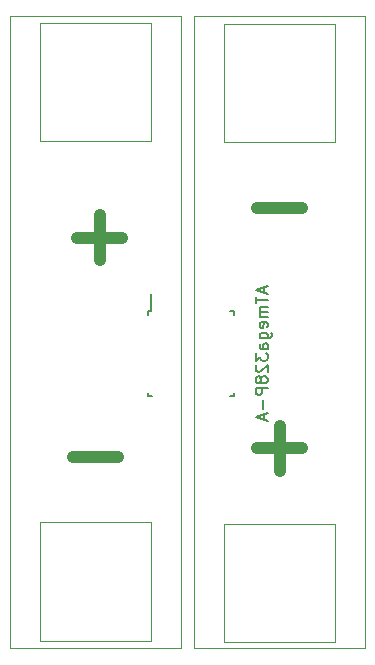
<source format=gbr>
%TF.GenerationSoftware,KiCad,Pcbnew,6.0.6-3a73a75311~116~ubuntu20.04.1*%
%TF.CreationDate,2022-07-15T19:37:52-05:00*%
%TF.ProjectId,Barbones_2xAA_Arduino_v003,42617262-6f6e-4657-935f-327841415f41,rev?*%
%TF.SameCoordinates,Original*%
%TF.FileFunction,Legend,Bot*%
%TF.FilePolarity,Positive*%
%FSLAX46Y46*%
G04 Gerber Fmt 4.6, Leading zero omitted, Abs format (unit mm)*
G04 Created by KiCad (PCBNEW 6.0.6-3a73a75311~116~ubuntu20.04.1) date 2022-07-15 19:37:52*
%MOMM*%
%LPD*%
G01*
G04 APERTURE LIST*
%ADD10C,1.000000*%
%ADD11C,0.150000*%
%ADD12C,0.120000*%
G04 APERTURE END LIST*
D10*
%TO.C,U2*%
X172869761Y-87587142D02*
X169060238Y-87587142D01*
X173254761Y-69057142D02*
X169445238Y-69057142D01*
X171350000Y-70961904D02*
X171350000Y-67152380D01*
%TO.C,U1*%
X184680238Y-86872857D02*
X188489761Y-86872857D01*
X186585000Y-84968095D02*
X186585000Y-88777619D01*
X184680238Y-66552857D02*
X188489761Y-66552857D01*
D11*
%TO.C,U3*%
X185266666Y-73279761D02*
X185266666Y-73755952D01*
X185552380Y-73184523D02*
X184552380Y-73517857D01*
X185552380Y-73851190D01*
X184552380Y-74041666D02*
X184552380Y-74613095D01*
X185552380Y-74327380D02*
X184552380Y-74327380D01*
X185552380Y-74946428D02*
X184885714Y-74946428D01*
X184980952Y-74946428D02*
X184933333Y-74994047D01*
X184885714Y-75089285D01*
X184885714Y-75232142D01*
X184933333Y-75327380D01*
X185028571Y-75375000D01*
X185552380Y-75375000D01*
X185028571Y-75375000D02*
X184933333Y-75422619D01*
X184885714Y-75517857D01*
X184885714Y-75660714D01*
X184933333Y-75755952D01*
X185028571Y-75803571D01*
X185552380Y-75803571D01*
X185504761Y-76660714D02*
X185552380Y-76565476D01*
X185552380Y-76375000D01*
X185504761Y-76279761D01*
X185409523Y-76232142D01*
X185028571Y-76232142D01*
X184933333Y-76279761D01*
X184885714Y-76375000D01*
X184885714Y-76565476D01*
X184933333Y-76660714D01*
X185028571Y-76708333D01*
X185123809Y-76708333D01*
X185219047Y-76232142D01*
X184885714Y-77565476D02*
X185695238Y-77565476D01*
X185790476Y-77517857D01*
X185838095Y-77470238D01*
X185885714Y-77375000D01*
X185885714Y-77232142D01*
X185838095Y-77136904D01*
X185504761Y-77565476D02*
X185552380Y-77470238D01*
X185552380Y-77279761D01*
X185504761Y-77184523D01*
X185457142Y-77136904D01*
X185361904Y-77089285D01*
X185076190Y-77089285D01*
X184980952Y-77136904D01*
X184933333Y-77184523D01*
X184885714Y-77279761D01*
X184885714Y-77470238D01*
X184933333Y-77565476D01*
X185552380Y-78470238D02*
X185028571Y-78470238D01*
X184933333Y-78422619D01*
X184885714Y-78327380D01*
X184885714Y-78136904D01*
X184933333Y-78041666D01*
X185504761Y-78470238D02*
X185552380Y-78375000D01*
X185552380Y-78136904D01*
X185504761Y-78041666D01*
X185409523Y-77994047D01*
X185314285Y-77994047D01*
X185219047Y-78041666D01*
X185171428Y-78136904D01*
X185171428Y-78375000D01*
X185123809Y-78470238D01*
X184552380Y-78851190D02*
X184552380Y-79470238D01*
X184933333Y-79136904D01*
X184933333Y-79279761D01*
X184980952Y-79375000D01*
X185028571Y-79422619D01*
X185123809Y-79470238D01*
X185361904Y-79470238D01*
X185457142Y-79422619D01*
X185504761Y-79375000D01*
X185552380Y-79279761D01*
X185552380Y-78994047D01*
X185504761Y-78898809D01*
X185457142Y-78851190D01*
X184647619Y-79851190D02*
X184600000Y-79898809D01*
X184552380Y-79994047D01*
X184552380Y-80232142D01*
X184600000Y-80327380D01*
X184647619Y-80375000D01*
X184742857Y-80422619D01*
X184838095Y-80422619D01*
X184980952Y-80375000D01*
X185552380Y-79803571D01*
X185552380Y-80422619D01*
X184980952Y-80994047D02*
X184933333Y-80898809D01*
X184885714Y-80851190D01*
X184790476Y-80803571D01*
X184742857Y-80803571D01*
X184647619Y-80851190D01*
X184600000Y-80898809D01*
X184552380Y-80994047D01*
X184552380Y-81184523D01*
X184600000Y-81279761D01*
X184647619Y-81327380D01*
X184742857Y-81375000D01*
X184790476Y-81375000D01*
X184885714Y-81327380D01*
X184933333Y-81279761D01*
X184980952Y-81184523D01*
X184980952Y-80994047D01*
X185028571Y-80898809D01*
X185076190Y-80851190D01*
X185171428Y-80803571D01*
X185361904Y-80803571D01*
X185457142Y-80851190D01*
X185504761Y-80898809D01*
X185552380Y-80994047D01*
X185552380Y-81184523D01*
X185504761Y-81279761D01*
X185457142Y-81327380D01*
X185361904Y-81375000D01*
X185171428Y-81375000D01*
X185076190Y-81327380D01*
X185028571Y-81279761D01*
X184980952Y-81184523D01*
X185552380Y-81803571D02*
X184552380Y-81803571D01*
X184552380Y-82184523D01*
X184600000Y-82279761D01*
X184647619Y-82327380D01*
X184742857Y-82375000D01*
X184885714Y-82375000D01*
X184980952Y-82327380D01*
X185028571Y-82279761D01*
X185076190Y-82184523D01*
X185076190Y-81803571D01*
X185171428Y-82803571D02*
X185171428Y-83565476D01*
X185266666Y-83994047D02*
X185266666Y-84470238D01*
X185552380Y-83898809D02*
X184552380Y-84232142D01*
X185552380Y-84565476D01*
D12*
%TO.C,U2*%
X166280000Y-93170000D02*
X175650000Y-93170000D01*
X175650000Y-93170000D02*
X175650000Y-103170000D01*
X175650000Y-103170000D02*
X166280000Y-103170000D01*
X166280000Y-103170000D02*
X166280000Y-93170000D01*
X163715000Y-50305000D02*
X178215000Y-50305000D01*
X178215000Y-50305000D02*
X178215000Y-103835000D01*
X178215000Y-103835000D02*
X163715000Y-103835000D01*
X163715000Y-103835000D02*
X163715000Y-50305000D01*
X166280000Y-50870000D02*
X175650000Y-50870000D01*
X175650000Y-50870000D02*
X175650000Y-60870000D01*
X175650000Y-60870000D02*
X166280000Y-60870000D01*
X166280000Y-60870000D02*
X166280000Y-50870000D01*
%TO.C,U1*%
X191270000Y-60970000D02*
X181900000Y-60970000D01*
X181900000Y-60970000D02*
X181900000Y-50970000D01*
X181900000Y-50970000D02*
X191270000Y-50970000D01*
X191270000Y-50970000D02*
X191270000Y-60970000D01*
X193835000Y-103835000D02*
X179335000Y-103835000D01*
X179335000Y-103835000D02*
X179335000Y-50305000D01*
X179335000Y-50305000D02*
X193835000Y-50305000D01*
X193835000Y-50305000D02*
X193835000Y-103835000D01*
X191270000Y-103270000D02*
X181900000Y-103270000D01*
X181900000Y-103270000D02*
X181900000Y-93270000D01*
X181900000Y-93270000D02*
X191270000Y-93270000D01*
X191270000Y-93270000D02*
X191270000Y-103270000D01*
D11*
%TO.C,U3*%
X175425000Y-82500000D02*
X175750000Y-82500000D01*
X175425000Y-75250000D02*
X175650000Y-75250000D01*
X175650000Y-75250000D02*
X175650000Y-73825000D01*
X175425000Y-82500000D02*
X175425000Y-82175000D01*
X182675000Y-75250000D02*
X182675000Y-75575000D01*
X182675000Y-75250000D02*
X182350000Y-75250000D01*
X182675000Y-82500000D02*
X182675000Y-82175000D01*
X182675000Y-82500000D02*
X182350000Y-82500000D01*
X175425000Y-75250000D02*
X175425000Y-75575000D01*
%TD*%
M02*

</source>
